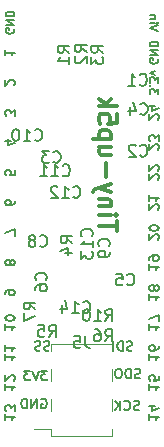
<source format=gbr>
G04 #@! TF.GenerationSoftware,KiCad,Pcbnew,5.0.1-33cea8e~68~ubuntu18.04.1*
G04 #@! TF.CreationDate,2018-11-10T13:26:22+01:00*
G04 #@! TF.ProjectId,Tiny-up5k,54696E792D7570356B2E6B696361645F,rev?*
G04 #@! TF.SameCoordinates,Original*
G04 #@! TF.FileFunction,Legend,Bot*
G04 #@! TF.FilePolarity,Positive*
%FSLAX46Y46*%
G04 Gerber Fmt 4.6, Leading zero omitted, Abs format (unit mm)*
G04 Created by KiCad (PCBNEW 5.0.1-33cea8e~68~ubuntu18.04.1) date za 10 nov 2018 13:26:22 CET*
%MOMM*%
%LPD*%
G01*
G04 APERTURE LIST*
%ADD10C,0.300000*%
%ADD11C,0.175000*%
%ADD12C,0.200000*%
%ADD13C,0.120000*%
%ADD14C,0.150000*%
G04 APERTURE END LIST*
D10*
X154110428Y-115434357D02*
X154110428Y-114577214D01*
X152610428Y-115005785D02*
X154110428Y-115005785D01*
X152610428Y-114077214D02*
X153610428Y-114077214D01*
X154110428Y-114077214D02*
X154039000Y-114148642D01*
X153967571Y-114077214D01*
X154039000Y-114005785D01*
X154110428Y-114077214D01*
X153967571Y-114077214D01*
X153610428Y-113362928D02*
X152610428Y-113362928D01*
X153467571Y-113362928D02*
X153539000Y-113291500D01*
X153610428Y-113148642D01*
X153610428Y-112934357D01*
X153539000Y-112791500D01*
X153396142Y-112720071D01*
X152610428Y-112720071D01*
X153610428Y-112148642D02*
X152610428Y-111791500D01*
X153610428Y-111434357D02*
X152610428Y-111791500D01*
X152253285Y-111934357D01*
X152181857Y-112005785D01*
X152110428Y-112148642D01*
X153181857Y-110862928D02*
X153181857Y-109720071D01*
X153610428Y-108362928D02*
X152610428Y-108362928D01*
X153610428Y-109005785D02*
X152824714Y-109005785D01*
X152681857Y-108934357D01*
X152610428Y-108791500D01*
X152610428Y-108577214D01*
X152681857Y-108434357D01*
X152753285Y-108362928D01*
X153610428Y-107648642D02*
X152110428Y-107648642D01*
X153539000Y-107648642D02*
X153610428Y-107505785D01*
X153610428Y-107220071D01*
X153539000Y-107077214D01*
X153467571Y-107005785D01*
X153324714Y-106934357D01*
X152896142Y-106934357D01*
X152753285Y-107005785D01*
X152681857Y-107077214D01*
X152610428Y-107220071D01*
X152610428Y-107505785D01*
X152681857Y-107648642D01*
X154110428Y-105577214D02*
X154110428Y-106291500D01*
X153396142Y-106362928D01*
X153467571Y-106291500D01*
X153539000Y-106148642D01*
X153539000Y-105791500D01*
X153467571Y-105648642D01*
X153396142Y-105577214D01*
X153253285Y-105505785D01*
X152896142Y-105505785D01*
X152753285Y-105577214D01*
X152681857Y-105648642D01*
X152610428Y-105791500D01*
X152610428Y-106148642D01*
X152681857Y-106291500D01*
X152753285Y-106362928D01*
X152610428Y-104862928D02*
X154110428Y-104862928D01*
X153181857Y-104720071D02*
X152610428Y-104291500D01*
X153610428Y-104291500D02*
X153039000Y-104862928D01*
D11*
X145390000Y-98332433D02*
X145423333Y-98399100D01*
X145423333Y-98499100D01*
X145390000Y-98599100D01*
X145323333Y-98665766D01*
X145256666Y-98699100D01*
X145123333Y-98732433D01*
X145023333Y-98732433D01*
X144890000Y-98699100D01*
X144823333Y-98665766D01*
X144756666Y-98599100D01*
X144723333Y-98499100D01*
X144723333Y-98432433D01*
X144756666Y-98332433D01*
X144790000Y-98299100D01*
X145023333Y-98299100D01*
X145023333Y-98432433D01*
X144723333Y-97999100D02*
X145423333Y-97999100D01*
X144723333Y-97599100D01*
X145423333Y-97599100D01*
X144723333Y-97265766D02*
X145423333Y-97265766D01*
X145423333Y-97099100D01*
X145390000Y-96999100D01*
X145323333Y-96932433D01*
X145256666Y-96899100D01*
X145123333Y-96865766D01*
X145023333Y-96865766D01*
X144890000Y-96899100D01*
X144823333Y-96932433D01*
X144756666Y-96999100D01*
X144723333Y-97099100D01*
X144723333Y-97265766D01*
D12*
X144678095Y-100110528D02*
X144678095Y-100567671D01*
X144678095Y-100339100D02*
X145478095Y-100339100D01*
X145363809Y-100415290D01*
X145287619Y-100491480D01*
X145249523Y-100567671D01*
X145401904Y-103107671D02*
X145440000Y-103069576D01*
X145478095Y-102993385D01*
X145478095Y-102802909D01*
X145440000Y-102726719D01*
X145401904Y-102688623D01*
X145325714Y-102650528D01*
X145249523Y-102650528D01*
X145135238Y-102688623D01*
X144678095Y-103145766D01*
X144678095Y-102650528D01*
X156114619Y-127895309D02*
X156000333Y-127933404D01*
X155809857Y-127933404D01*
X155733666Y-127895309D01*
X155695571Y-127857214D01*
X155657476Y-127781023D01*
X155657476Y-127704833D01*
X155695571Y-127628642D01*
X155733666Y-127590547D01*
X155809857Y-127552452D01*
X155962238Y-127514357D01*
X156038428Y-127476261D01*
X156076523Y-127438166D01*
X156114619Y-127361976D01*
X156114619Y-127285785D01*
X156076523Y-127209595D01*
X156038428Y-127171500D01*
X155962238Y-127133404D01*
X155771761Y-127133404D01*
X155657476Y-127171500D01*
X155314619Y-127933404D02*
X155314619Y-127133404D01*
X155124142Y-127133404D01*
X155009857Y-127171500D01*
X154933666Y-127247690D01*
X154895571Y-127323880D01*
X154857476Y-127476261D01*
X154857476Y-127590547D01*
X154895571Y-127742928D01*
X154933666Y-127819119D01*
X155009857Y-127895309D01*
X155124142Y-127933404D01*
X155314619Y-127933404D01*
X154362238Y-127133404D02*
X154209857Y-127133404D01*
X154133666Y-127171500D01*
X154057476Y-127247690D01*
X154019380Y-127400071D01*
X154019380Y-127666738D01*
X154057476Y-127819119D01*
X154133666Y-127895309D01*
X154209857Y-127933404D01*
X154362238Y-127933404D01*
X154438428Y-127895309D01*
X154514619Y-127819119D01*
X154552714Y-127666738D01*
X154552714Y-127400071D01*
X154514619Y-127247690D01*
X154438428Y-127171500D01*
X154362238Y-127133404D01*
D11*
X157615333Y-98515766D02*
X156915333Y-98282433D01*
X157615333Y-98049100D01*
X156915333Y-97815766D02*
X157382000Y-97815766D01*
X157615333Y-97815766D02*
X157582000Y-97849100D01*
X157548666Y-97815766D01*
X157582000Y-97782433D01*
X157615333Y-97815766D01*
X157548666Y-97815766D01*
X157382000Y-97482433D02*
X156915333Y-97482433D01*
X157315333Y-97482433D02*
X157348666Y-97449100D01*
X157382000Y-97382433D01*
X157382000Y-97282433D01*
X157348666Y-97215766D01*
X157282000Y-97182433D01*
X156915333Y-97182433D01*
X157582000Y-100872433D02*
X157615333Y-100939100D01*
X157615333Y-101039100D01*
X157582000Y-101139100D01*
X157515333Y-101205766D01*
X157448666Y-101239100D01*
X157315333Y-101272433D01*
X157215333Y-101272433D01*
X157082000Y-101239100D01*
X157015333Y-101205766D01*
X156948666Y-101139100D01*
X156915333Y-101039100D01*
X156915333Y-100972433D01*
X156948666Y-100872433D01*
X156982000Y-100839100D01*
X157215333Y-100839100D01*
X157215333Y-100972433D01*
X156915333Y-100539100D02*
X157615333Y-100539100D01*
X156915333Y-100139100D01*
X157615333Y-100139100D01*
X156915333Y-99805766D02*
X157615333Y-99805766D01*
X157615333Y-99639100D01*
X157582000Y-99539100D01*
X157515333Y-99472433D01*
X157448666Y-99439100D01*
X157315333Y-99405766D01*
X157215333Y-99405766D01*
X157082000Y-99439100D01*
X157015333Y-99472433D01*
X156948666Y-99539100D01*
X156915333Y-99639100D01*
X156915333Y-99805766D01*
X157615333Y-103879100D02*
X157615333Y-103445766D01*
X157348666Y-103679100D01*
X157348666Y-103579100D01*
X157315333Y-103512433D01*
X157282000Y-103479100D01*
X157215333Y-103445766D01*
X157048666Y-103445766D01*
X156982000Y-103479100D01*
X156948666Y-103512433D01*
X156915333Y-103579100D01*
X156915333Y-103779100D01*
X156948666Y-103845766D01*
X156982000Y-103879100D01*
X156982000Y-103145766D02*
X156948666Y-103112433D01*
X156915333Y-103145766D01*
X156948666Y-103179100D01*
X156982000Y-103145766D01*
X156915333Y-103145766D01*
X157615333Y-102879100D02*
X157615333Y-102445766D01*
X157348666Y-102679100D01*
X157348666Y-102579100D01*
X157315333Y-102512433D01*
X157282000Y-102479100D01*
X157215333Y-102445766D01*
X157048666Y-102445766D01*
X156982000Y-102479100D01*
X156948666Y-102512433D01*
X156915333Y-102579100D01*
X156915333Y-102779100D01*
X156948666Y-102845766D01*
X156982000Y-102879100D01*
X157382000Y-102212433D02*
X156915333Y-102045766D01*
X157382000Y-101879100D01*
D12*
X155441547Y-125545809D02*
X155327261Y-125583904D01*
X155136785Y-125583904D01*
X155060595Y-125545809D01*
X155022500Y-125507714D01*
X154984404Y-125431523D01*
X154984404Y-125355333D01*
X155022500Y-125279142D01*
X155060595Y-125241047D01*
X155136785Y-125202952D01*
X155289166Y-125164857D01*
X155365357Y-125126761D01*
X155403452Y-125088666D01*
X155441547Y-125012476D01*
X155441547Y-124936285D01*
X155403452Y-124860095D01*
X155365357Y-124822000D01*
X155289166Y-124783904D01*
X155098690Y-124783904D01*
X154984404Y-124822000D01*
X154641547Y-125583904D02*
X154641547Y-124783904D01*
X154451071Y-124783904D01*
X154336785Y-124822000D01*
X154260595Y-124898190D01*
X154222500Y-124974380D01*
X154184404Y-125126761D01*
X154184404Y-125241047D01*
X154222500Y-125393428D01*
X154260595Y-125469619D01*
X154336785Y-125545809D01*
X154451071Y-125583904D01*
X154641547Y-125583904D01*
X153841547Y-125583904D02*
X153841547Y-124783904D01*
X156032071Y-130562309D02*
X155917785Y-130600404D01*
X155727309Y-130600404D01*
X155651119Y-130562309D01*
X155613023Y-130524214D01*
X155574928Y-130448023D01*
X155574928Y-130371833D01*
X155613023Y-130295642D01*
X155651119Y-130257547D01*
X155727309Y-130219452D01*
X155879690Y-130181357D01*
X155955880Y-130143261D01*
X155993976Y-130105166D01*
X156032071Y-130028976D01*
X156032071Y-129952785D01*
X155993976Y-129876595D01*
X155955880Y-129838500D01*
X155879690Y-129800404D01*
X155689214Y-129800404D01*
X155574928Y-129838500D01*
X154774928Y-130524214D02*
X154813023Y-130562309D01*
X154927309Y-130600404D01*
X155003500Y-130600404D01*
X155117785Y-130562309D01*
X155193976Y-130486119D01*
X155232071Y-130409928D01*
X155270166Y-130257547D01*
X155270166Y-130143261D01*
X155232071Y-129990880D01*
X155193976Y-129914690D01*
X155117785Y-129838500D01*
X155003500Y-129800404D01*
X154927309Y-129800404D01*
X154813023Y-129838500D01*
X154774928Y-129876595D01*
X154432071Y-130600404D02*
X154432071Y-129800404D01*
X153974928Y-130600404D02*
X154317785Y-130143261D01*
X153974928Y-129800404D02*
X154432071Y-130257547D01*
X147739023Y-129711500D02*
X147815214Y-129673404D01*
X147929500Y-129673404D01*
X148043785Y-129711500D01*
X148119976Y-129787690D01*
X148158071Y-129863880D01*
X148196166Y-130016261D01*
X148196166Y-130130547D01*
X148158071Y-130282928D01*
X148119976Y-130359119D01*
X148043785Y-130435309D01*
X147929500Y-130473404D01*
X147853309Y-130473404D01*
X147739023Y-130435309D01*
X147700928Y-130397214D01*
X147700928Y-130130547D01*
X147853309Y-130130547D01*
X147358071Y-130473404D02*
X147358071Y-129673404D01*
X146900928Y-130473404D01*
X146900928Y-129673404D01*
X146519976Y-130473404D02*
X146519976Y-129673404D01*
X146329500Y-129673404D01*
X146215214Y-129711500D01*
X146139023Y-129787690D01*
X146100928Y-129863880D01*
X146062833Y-130016261D01*
X146062833Y-130130547D01*
X146100928Y-130282928D01*
X146139023Y-130359119D01*
X146215214Y-130435309D01*
X146329500Y-130473404D01*
X146519976Y-130473404D01*
X148246976Y-127260404D02*
X147751738Y-127260404D01*
X148018404Y-127565166D01*
X147904119Y-127565166D01*
X147827928Y-127603261D01*
X147789833Y-127641357D01*
X147751738Y-127717547D01*
X147751738Y-127908023D01*
X147789833Y-127984214D01*
X147827928Y-128022309D01*
X147904119Y-128060404D01*
X148132690Y-128060404D01*
X148208880Y-128022309D01*
X148246976Y-127984214D01*
X147523166Y-127260404D02*
X147256500Y-128060404D01*
X146989833Y-127260404D01*
X146799357Y-127260404D02*
X146304119Y-127260404D01*
X146570785Y-127565166D01*
X146456500Y-127565166D01*
X146380309Y-127603261D01*
X146342214Y-127641357D01*
X146304119Y-127717547D01*
X146304119Y-127908023D01*
X146342214Y-127984214D01*
X146380309Y-128022309D01*
X146456500Y-128060404D01*
X146685071Y-128060404D01*
X146761261Y-128022309D01*
X146799357Y-127984214D01*
X148437523Y-125545809D02*
X148323238Y-125583904D01*
X148132761Y-125583904D01*
X148056571Y-125545809D01*
X148018476Y-125507714D01*
X147980380Y-125431523D01*
X147980380Y-125355333D01*
X148018476Y-125279142D01*
X148056571Y-125241047D01*
X148132761Y-125202952D01*
X148285142Y-125164857D01*
X148361333Y-125126761D01*
X148399428Y-125088666D01*
X148437523Y-125012476D01*
X148437523Y-124936285D01*
X148399428Y-124860095D01*
X148361333Y-124822000D01*
X148285142Y-124783904D01*
X148094666Y-124783904D01*
X147980380Y-124822000D01*
X147675619Y-125545809D02*
X147561333Y-125583904D01*
X147370857Y-125583904D01*
X147294666Y-125545809D01*
X147256571Y-125507714D01*
X147218476Y-125431523D01*
X147218476Y-125355333D01*
X147256571Y-125279142D01*
X147294666Y-125241047D01*
X147370857Y-125202952D01*
X147523238Y-125164857D01*
X147599428Y-125126761D01*
X147637523Y-125088666D01*
X147675619Y-125012476D01*
X147675619Y-124936285D01*
X147637523Y-124860095D01*
X147599428Y-124822000D01*
X147523238Y-124783904D01*
X147332761Y-124783904D01*
X147218476Y-124822000D01*
X145478095Y-105685766D02*
X145478095Y-105190528D01*
X145173333Y-105457195D01*
X145173333Y-105342909D01*
X145135238Y-105266719D01*
X145097142Y-105228623D01*
X145020952Y-105190528D01*
X144830476Y-105190528D01*
X144754285Y-105228623D01*
X144716190Y-105266719D01*
X144678095Y-105342909D01*
X144678095Y-105571480D01*
X144716190Y-105647671D01*
X144754285Y-105685766D01*
X145211428Y-107806719D02*
X144678095Y-107806719D01*
X145516190Y-107997195D02*
X144944761Y-108187671D01*
X144944761Y-107692433D01*
X145478095Y-110308623D02*
X145478095Y-110689576D01*
X145097142Y-110727671D01*
X145135238Y-110689576D01*
X145173333Y-110613385D01*
X145173333Y-110422909D01*
X145135238Y-110346719D01*
X145097142Y-110308623D01*
X145020952Y-110270528D01*
X144830476Y-110270528D01*
X144754285Y-110308623D01*
X144716190Y-110346719D01*
X144678095Y-110422909D01*
X144678095Y-110613385D01*
X144716190Y-110689576D01*
X144754285Y-110727671D01*
X145478095Y-112886719D02*
X145478095Y-113039100D01*
X145440000Y-113115290D01*
X145401904Y-113153385D01*
X145287619Y-113229576D01*
X145135238Y-113267671D01*
X144830476Y-113267671D01*
X144754285Y-113229576D01*
X144716190Y-113191480D01*
X144678095Y-113115290D01*
X144678095Y-112962909D01*
X144716190Y-112886719D01*
X144754285Y-112848623D01*
X144830476Y-112810528D01*
X145020952Y-112810528D01*
X145097142Y-112848623D01*
X145135238Y-112886719D01*
X145173333Y-112962909D01*
X145173333Y-113115290D01*
X145135238Y-113191480D01*
X145097142Y-113229576D01*
X145020952Y-113267671D01*
X145478095Y-115845766D02*
X145478095Y-115312433D01*
X144678095Y-115655290D01*
X145135238Y-118195290D02*
X145173333Y-118271480D01*
X145211428Y-118309576D01*
X145287619Y-118347671D01*
X145325714Y-118347671D01*
X145401904Y-118309576D01*
X145440000Y-118271480D01*
X145478095Y-118195290D01*
X145478095Y-118042909D01*
X145440000Y-117966719D01*
X145401904Y-117928623D01*
X145325714Y-117890528D01*
X145287619Y-117890528D01*
X145211428Y-117928623D01*
X145173333Y-117966719D01*
X145135238Y-118042909D01*
X145135238Y-118195290D01*
X145097142Y-118271480D01*
X145059047Y-118309576D01*
X144982857Y-118347671D01*
X144830476Y-118347671D01*
X144754285Y-118309576D01*
X144716190Y-118271480D01*
X144678095Y-118195290D01*
X144678095Y-118042909D01*
X144716190Y-117966719D01*
X144754285Y-117928623D01*
X144830476Y-117890528D01*
X144982857Y-117890528D01*
X145059047Y-117928623D01*
X145097142Y-117966719D01*
X145135238Y-118042909D01*
X144678095Y-120811480D02*
X144678095Y-120659100D01*
X144716190Y-120582909D01*
X144754285Y-120544814D01*
X144868571Y-120468623D01*
X145020952Y-120430528D01*
X145325714Y-120430528D01*
X145401904Y-120468623D01*
X145440000Y-120506719D01*
X145478095Y-120582909D01*
X145478095Y-120735290D01*
X145440000Y-120811480D01*
X145401904Y-120849576D01*
X145325714Y-120887671D01*
X145135238Y-120887671D01*
X145059047Y-120849576D01*
X145020952Y-120811480D01*
X144982857Y-120735290D01*
X144982857Y-120582909D01*
X145020952Y-120506719D01*
X145059047Y-120468623D01*
X145135238Y-120430528D01*
X144678095Y-123351480D02*
X144678095Y-123808623D01*
X144678095Y-123580052D02*
X145478095Y-123580052D01*
X145363809Y-123656242D01*
X145287619Y-123732433D01*
X145249523Y-123808623D01*
X145478095Y-122856242D02*
X145478095Y-122780052D01*
X145440000Y-122703861D01*
X145401904Y-122665766D01*
X145325714Y-122627671D01*
X145173333Y-122589576D01*
X144982857Y-122589576D01*
X144830476Y-122627671D01*
X144754285Y-122665766D01*
X144716190Y-122703861D01*
X144678095Y-122780052D01*
X144678095Y-122856242D01*
X144716190Y-122932433D01*
X144754285Y-122970528D01*
X144830476Y-123008623D01*
X144982857Y-123046719D01*
X145173333Y-123046719D01*
X145325714Y-123008623D01*
X145401904Y-122970528D01*
X145440000Y-122932433D01*
X145478095Y-122856242D01*
X144678095Y-125891480D02*
X144678095Y-126348623D01*
X144678095Y-126120052D02*
X145478095Y-126120052D01*
X145363809Y-126196242D01*
X145287619Y-126272433D01*
X145249523Y-126348623D01*
X144678095Y-125129576D02*
X144678095Y-125586719D01*
X144678095Y-125358147D02*
X145478095Y-125358147D01*
X145363809Y-125434338D01*
X145287619Y-125510528D01*
X145249523Y-125586719D01*
X144678095Y-128431480D02*
X144678095Y-128888623D01*
X144678095Y-128660052D02*
X145478095Y-128660052D01*
X145363809Y-128736242D01*
X145287619Y-128812433D01*
X145249523Y-128888623D01*
X145401904Y-128126719D02*
X145440000Y-128088623D01*
X145478095Y-128012433D01*
X145478095Y-127821957D01*
X145440000Y-127745766D01*
X145401904Y-127707671D01*
X145325714Y-127669576D01*
X145249523Y-127669576D01*
X145135238Y-127707671D01*
X144678095Y-128164814D01*
X144678095Y-127669576D01*
X144678095Y-130971480D02*
X144678095Y-131428623D01*
X144678095Y-131200052D02*
X145478095Y-131200052D01*
X145363809Y-131276242D01*
X145287619Y-131352433D01*
X145249523Y-131428623D01*
X145478095Y-130704814D02*
X145478095Y-130209576D01*
X145173333Y-130476242D01*
X145173333Y-130361957D01*
X145135238Y-130285766D01*
X145097142Y-130247671D01*
X145020952Y-130209576D01*
X144830476Y-130209576D01*
X144754285Y-130247671D01*
X144716190Y-130285766D01*
X144678095Y-130361957D01*
X144678095Y-130590528D01*
X144716190Y-130666719D01*
X144754285Y-130704814D01*
X157593904Y-106028623D02*
X157632000Y-105990528D01*
X157670095Y-105914338D01*
X157670095Y-105723861D01*
X157632000Y-105647671D01*
X157593904Y-105609576D01*
X157517714Y-105571480D01*
X157441523Y-105571480D01*
X157327238Y-105609576D01*
X156870095Y-106066719D01*
X156870095Y-105571480D01*
X157403428Y-104885766D02*
X156870095Y-104885766D01*
X157708190Y-105076242D02*
X157136761Y-105266719D01*
X157136761Y-104771480D01*
X157593904Y-108568623D02*
X157632000Y-108530528D01*
X157670095Y-108454338D01*
X157670095Y-108263861D01*
X157632000Y-108187671D01*
X157593904Y-108149576D01*
X157517714Y-108111480D01*
X157441523Y-108111480D01*
X157327238Y-108149576D01*
X156870095Y-108606719D01*
X156870095Y-108111480D01*
X157670095Y-107844814D02*
X157670095Y-107349576D01*
X157365333Y-107616242D01*
X157365333Y-107501957D01*
X157327238Y-107425766D01*
X157289142Y-107387671D01*
X157212952Y-107349576D01*
X157022476Y-107349576D01*
X156946285Y-107387671D01*
X156908190Y-107425766D01*
X156870095Y-107501957D01*
X156870095Y-107730528D01*
X156908190Y-107806719D01*
X156946285Y-107844814D01*
X157593904Y-111108623D02*
X157632000Y-111070528D01*
X157670095Y-110994338D01*
X157670095Y-110803861D01*
X157632000Y-110727671D01*
X157593904Y-110689576D01*
X157517714Y-110651480D01*
X157441523Y-110651480D01*
X157327238Y-110689576D01*
X156870095Y-111146719D01*
X156870095Y-110651480D01*
X157593904Y-110346719D02*
X157632000Y-110308623D01*
X157670095Y-110232433D01*
X157670095Y-110041957D01*
X157632000Y-109965766D01*
X157593904Y-109927671D01*
X157517714Y-109889576D01*
X157441523Y-109889576D01*
X157327238Y-109927671D01*
X156870095Y-110384814D01*
X156870095Y-109889576D01*
X157593904Y-113648623D02*
X157632000Y-113610528D01*
X157670095Y-113534338D01*
X157670095Y-113343861D01*
X157632000Y-113267671D01*
X157593904Y-113229576D01*
X157517714Y-113191480D01*
X157441523Y-113191480D01*
X157327238Y-113229576D01*
X156870095Y-113686719D01*
X156870095Y-113191480D01*
X156870095Y-112429576D02*
X156870095Y-112886719D01*
X156870095Y-112658147D02*
X157670095Y-112658147D01*
X157555809Y-112734338D01*
X157479619Y-112810528D01*
X157441523Y-112886719D01*
X157593904Y-116188623D02*
X157632000Y-116150528D01*
X157670095Y-116074338D01*
X157670095Y-115883861D01*
X157632000Y-115807671D01*
X157593904Y-115769576D01*
X157517714Y-115731480D01*
X157441523Y-115731480D01*
X157327238Y-115769576D01*
X156870095Y-116226719D01*
X156870095Y-115731480D01*
X157670095Y-115236242D02*
X157670095Y-115160052D01*
X157632000Y-115083861D01*
X157593904Y-115045766D01*
X157517714Y-115007671D01*
X157365333Y-114969576D01*
X157174857Y-114969576D01*
X157022476Y-115007671D01*
X156946285Y-115045766D01*
X156908190Y-115083861D01*
X156870095Y-115160052D01*
X156870095Y-115236242D01*
X156908190Y-115312433D01*
X156946285Y-115350528D01*
X157022476Y-115388623D01*
X157174857Y-115426719D01*
X157365333Y-115426719D01*
X157517714Y-115388623D01*
X157593904Y-115350528D01*
X157632000Y-115312433D01*
X157670095Y-115236242D01*
X156870095Y-118271480D02*
X156870095Y-118728623D01*
X156870095Y-118500052D02*
X157670095Y-118500052D01*
X157555809Y-118576242D01*
X157479619Y-118652433D01*
X157441523Y-118728623D01*
X156870095Y-117890528D02*
X156870095Y-117738147D01*
X156908190Y-117661957D01*
X156946285Y-117623861D01*
X157060571Y-117547671D01*
X157212952Y-117509576D01*
X157517714Y-117509576D01*
X157593904Y-117547671D01*
X157632000Y-117585766D01*
X157670095Y-117661957D01*
X157670095Y-117814338D01*
X157632000Y-117890528D01*
X157593904Y-117928623D01*
X157517714Y-117966719D01*
X157327238Y-117966719D01*
X157251047Y-117928623D01*
X157212952Y-117890528D01*
X157174857Y-117814338D01*
X157174857Y-117661957D01*
X157212952Y-117585766D01*
X157251047Y-117547671D01*
X157327238Y-117509576D01*
X156870095Y-120811480D02*
X156870095Y-121268623D01*
X156870095Y-121040052D02*
X157670095Y-121040052D01*
X157555809Y-121116242D01*
X157479619Y-121192433D01*
X157441523Y-121268623D01*
X157327238Y-120354338D02*
X157365333Y-120430528D01*
X157403428Y-120468623D01*
X157479619Y-120506719D01*
X157517714Y-120506719D01*
X157593904Y-120468623D01*
X157632000Y-120430528D01*
X157670095Y-120354338D01*
X157670095Y-120201957D01*
X157632000Y-120125766D01*
X157593904Y-120087671D01*
X157517714Y-120049576D01*
X157479619Y-120049576D01*
X157403428Y-120087671D01*
X157365333Y-120125766D01*
X157327238Y-120201957D01*
X157327238Y-120354338D01*
X157289142Y-120430528D01*
X157251047Y-120468623D01*
X157174857Y-120506719D01*
X157022476Y-120506719D01*
X156946285Y-120468623D01*
X156908190Y-120430528D01*
X156870095Y-120354338D01*
X156870095Y-120201957D01*
X156908190Y-120125766D01*
X156946285Y-120087671D01*
X157022476Y-120049576D01*
X157174857Y-120049576D01*
X157251047Y-120087671D01*
X157289142Y-120125766D01*
X157327238Y-120201957D01*
X156870095Y-123351480D02*
X156870095Y-123808623D01*
X156870095Y-123580052D02*
X157670095Y-123580052D01*
X157555809Y-123656242D01*
X157479619Y-123732433D01*
X157441523Y-123808623D01*
X157670095Y-123084814D02*
X157670095Y-122551480D01*
X156870095Y-122894338D01*
X156870095Y-125891480D02*
X156870095Y-126348623D01*
X156870095Y-126120052D02*
X157670095Y-126120052D01*
X157555809Y-126196242D01*
X157479619Y-126272433D01*
X157441523Y-126348623D01*
X157670095Y-125205766D02*
X157670095Y-125358147D01*
X157632000Y-125434338D01*
X157593904Y-125472433D01*
X157479619Y-125548623D01*
X157327238Y-125586719D01*
X157022476Y-125586719D01*
X156946285Y-125548623D01*
X156908190Y-125510528D01*
X156870095Y-125434338D01*
X156870095Y-125281957D01*
X156908190Y-125205766D01*
X156946285Y-125167671D01*
X157022476Y-125129576D01*
X157212952Y-125129576D01*
X157289142Y-125167671D01*
X157327238Y-125205766D01*
X157365333Y-125281957D01*
X157365333Y-125434338D01*
X157327238Y-125510528D01*
X157289142Y-125548623D01*
X157212952Y-125586719D01*
X156870095Y-128431480D02*
X156870095Y-128888623D01*
X156870095Y-128660052D02*
X157670095Y-128660052D01*
X157555809Y-128736242D01*
X157479619Y-128812433D01*
X157441523Y-128888623D01*
X157670095Y-127707671D02*
X157670095Y-128088623D01*
X157289142Y-128126719D01*
X157327238Y-128088623D01*
X157365333Y-128012433D01*
X157365333Y-127821957D01*
X157327238Y-127745766D01*
X157289142Y-127707671D01*
X157212952Y-127669576D01*
X157022476Y-127669576D01*
X156946285Y-127707671D01*
X156908190Y-127745766D01*
X156870095Y-127821957D01*
X156870095Y-128012433D01*
X156908190Y-128088623D01*
X156946285Y-128126719D01*
X156870095Y-130971480D02*
X156870095Y-131428623D01*
X156870095Y-131200052D02*
X157670095Y-131200052D01*
X157555809Y-131276242D01*
X157479619Y-131352433D01*
X157441523Y-131428623D01*
X157403428Y-130285766D02*
X156870095Y-130285766D01*
X157708190Y-130476242D02*
X157136761Y-130666719D01*
X157136761Y-130171480D01*
D13*
G04 #@! TO.C,J5*
X148545000Y-132775000D02*
X153745000Y-132775000D01*
X148545000Y-125035000D02*
X153745000Y-125035000D01*
X147105000Y-132205000D02*
X148545000Y-132205000D01*
X148545000Y-132775000D02*
X148545000Y-132205000D01*
X153745000Y-132775000D02*
X153745000Y-132205000D01*
X148545000Y-125605000D02*
X148545000Y-125035000D01*
X153745000Y-125605000D02*
X153745000Y-125035000D01*
X148545000Y-130685000D02*
X148545000Y-129665000D01*
X153745000Y-130685000D02*
X153745000Y-129665000D01*
X148545000Y-128145000D02*
X148545000Y-127125000D01*
X153745000Y-128145000D02*
X153745000Y-127125000D01*
G04 #@! TO.C,C12*
D14*
X150439357Y-112561642D02*
X150486976Y-112609261D01*
X150629833Y-112656880D01*
X150725071Y-112656880D01*
X150867928Y-112609261D01*
X150963166Y-112514023D01*
X151010785Y-112418785D01*
X151058404Y-112228309D01*
X151058404Y-112085452D01*
X151010785Y-111894976D01*
X150963166Y-111799738D01*
X150867928Y-111704500D01*
X150725071Y-111656880D01*
X150629833Y-111656880D01*
X150486976Y-111704500D01*
X150439357Y-111752119D01*
X149486976Y-112656880D02*
X150058404Y-112656880D01*
X149772690Y-112656880D02*
X149772690Y-111656880D01*
X149867928Y-111799738D01*
X149963166Y-111894976D01*
X150058404Y-111942595D01*
X149106023Y-111752119D02*
X149058404Y-111704500D01*
X148963166Y-111656880D01*
X148725071Y-111656880D01*
X148629833Y-111704500D01*
X148582214Y-111752119D01*
X148534595Y-111847357D01*
X148534595Y-111942595D01*
X148582214Y-112085452D01*
X149153642Y-112656880D01*
X148534595Y-112656880D01*
G04 #@! TO.C,C1*
X156059166Y-103036642D02*
X156106785Y-103084261D01*
X156249642Y-103131880D01*
X156344880Y-103131880D01*
X156487738Y-103084261D01*
X156582976Y-102989023D01*
X156630595Y-102893785D01*
X156678214Y-102703309D01*
X156678214Y-102560452D01*
X156630595Y-102369976D01*
X156582976Y-102274738D01*
X156487738Y-102179500D01*
X156344880Y-102131880D01*
X156249642Y-102131880D01*
X156106785Y-102179500D01*
X156059166Y-102227119D01*
X155106785Y-103131880D02*
X155678214Y-103131880D01*
X155392500Y-103131880D02*
X155392500Y-102131880D01*
X155487738Y-102274738D01*
X155582976Y-102369976D01*
X155678214Y-102417595D01*
G04 #@! TO.C,C2*
X156102666Y-109050242D02*
X156150285Y-109097861D01*
X156293142Y-109145480D01*
X156388380Y-109145480D01*
X156531238Y-109097861D01*
X156626476Y-109002623D01*
X156674095Y-108907385D01*
X156721714Y-108716909D01*
X156721714Y-108574052D01*
X156674095Y-108383576D01*
X156626476Y-108288338D01*
X156531238Y-108193100D01*
X156388380Y-108145480D01*
X156293142Y-108145480D01*
X156150285Y-108193100D01*
X156102666Y-108240719D01*
X155721714Y-108240719D02*
X155674095Y-108193100D01*
X155578857Y-108145480D01*
X155340761Y-108145480D01*
X155245523Y-108193100D01*
X155197904Y-108240719D01*
X155150285Y-108335957D01*
X155150285Y-108431195D01*
X155197904Y-108574052D01*
X155769333Y-109145480D01*
X155150285Y-109145480D01*
G04 #@! TO.C,C3*
X148756666Y-109577142D02*
X148804285Y-109624761D01*
X148947142Y-109672380D01*
X149042380Y-109672380D01*
X149185238Y-109624761D01*
X149280476Y-109529523D01*
X149328095Y-109434285D01*
X149375714Y-109243809D01*
X149375714Y-109100952D01*
X149328095Y-108910476D01*
X149280476Y-108815238D01*
X149185238Y-108720000D01*
X149042380Y-108672380D01*
X148947142Y-108672380D01*
X148804285Y-108720000D01*
X148756666Y-108767619D01*
X148423333Y-108672380D02*
X147804285Y-108672380D01*
X148137619Y-109053333D01*
X147994761Y-109053333D01*
X147899523Y-109100952D01*
X147851904Y-109148571D01*
X147804285Y-109243809D01*
X147804285Y-109481904D01*
X147851904Y-109577142D01*
X147899523Y-109624761D01*
X147994761Y-109672380D01*
X148280476Y-109672380D01*
X148375714Y-109624761D01*
X148423333Y-109577142D01*
G04 #@! TO.C,C4*
X156122666Y-105513142D02*
X156170285Y-105560761D01*
X156313142Y-105608380D01*
X156408380Y-105608380D01*
X156551238Y-105560761D01*
X156646476Y-105465523D01*
X156694095Y-105370285D01*
X156741714Y-105179809D01*
X156741714Y-105036952D01*
X156694095Y-104846476D01*
X156646476Y-104751238D01*
X156551238Y-104656000D01*
X156408380Y-104608380D01*
X156313142Y-104608380D01*
X156170285Y-104656000D01*
X156122666Y-104703619D01*
X155265523Y-104941714D02*
X155265523Y-105608380D01*
X155503619Y-104560761D02*
X155741714Y-105275047D01*
X155122666Y-105275047D01*
G04 #@! TO.C,C5*
X155002666Y-119964142D02*
X155050285Y-120011761D01*
X155193142Y-120059380D01*
X155288380Y-120059380D01*
X155431238Y-120011761D01*
X155526476Y-119916523D01*
X155574095Y-119821285D01*
X155621714Y-119630809D01*
X155621714Y-119487952D01*
X155574095Y-119297476D01*
X155526476Y-119202238D01*
X155431238Y-119107000D01*
X155288380Y-119059380D01*
X155193142Y-119059380D01*
X155050285Y-119107000D01*
X155002666Y-119154619D01*
X154097904Y-119059380D02*
X154574095Y-119059380D01*
X154621714Y-119535571D01*
X154574095Y-119487952D01*
X154478857Y-119440333D01*
X154240761Y-119440333D01*
X154145523Y-119487952D01*
X154097904Y-119535571D01*
X154050285Y-119630809D01*
X154050285Y-119868904D01*
X154097904Y-119964142D01*
X154145523Y-120011761D01*
X154240761Y-120059380D01*
X154478857Y-120059380D01*
X154574095Y-120011761D01*
X154621714Y-119964142D01*
G04 #@! TO.C,C6*
X148121642Y-119594333D02*
X148169261Y-119546714D01*
X148216880Y-119403857D01*
X148216880Y-119308619D01*
X148169261Y-119165761D01*
X148074023Y-119070523D01*
X147978785Y-119022904D01*
X147788309Y-118975285D01*
X147645452Y-118975285D01*
X147454976Y-119022904D01*
X147359738Y-119070523D01*
X147264500Y-119165761D01*
X147216880Y-119308619D01*
X147216880Y-119403857D01*
X147264500Y-119546714D01*
X147312119Y-119594333D01*
X147216880Y-120451476D02*
X147216880Y-120261000D01*
X147264500Y-120165761D01*
X147312119Y-120118142D01*
X147454976Y-120022904D01*
X147645452Y-119975285D01*
X148026404Y-119975285D01*
X148121642Y-120022904D01*
X148169261Y-120070523D01*
X148216880Y-120165761D01*
X148216880Y-120356238D01*
X148169261Y-120451476D01*
X148121642Y-120499095D01*
X148026404Y-120546714D01*
X147788309Y-120546714D01*
X147693071Y-120499095D01*
X147645452Y-120451476D01*
X147597833Y-120356238D01*
X147597833Y-120165761D01*
X147645452Y-120070523D01*
X147693071Y-120022904D01*
X147788309Y-119975285D01*
G04 #@! TO.C,C8*
X147613666Y-116689142D02*
X147661285Y-116736761D01*
X147804142Y-116784380D01*
X147899380Y-116784380D01*
X148042238Y-116736761D01*
X148137476Y-116641523D01*
X148185095Y-116546285D01*
X148232714Y-116355809D01*
X148232714Y-116212952D01*
X148185095Y-116022476D01*
X148137476Y-115927238D01*
X148042238Y-115832000D01*
X147899380Y-115784380D01*
X147804142Y-115784380D01*
X147661285Y-115832000D01*
X147613666Y-115879619D01*
X147042238Y-116212952D02*
X147137476Y-116165333D01*
X147185095Y-116117714D01*
X147232714Y-116022476D01*
X147232714Y-115974857D01*
X147185095Y-115879619D01*
X147137476Y-115832000D01*
X147042238Y-115784380D01*
X146851761Y-115784380D01*
X146756523Y-115832000D01*
X146708904Y-115879619D01*
X146661285Y-115974857D01*
X146661285Y-116022476D01*
X146708904Y-116117714D01*
X146756523Y-116165333D01*
X146851761Y-116212952D01*
X147042238Y-116212952D01*
X147137476Y-116260571D01*
X147185095Y-116308190D01*
X147232714Y-116403428D01*
X147232714Y-116593904D01*
X147185095Y-116689142D01*
X147137476Y-116736761D01*
X147042238Y-116784380D01*
X146851761Y-116784380D01*
X146756523Y-116736761D01*
X146708904Y-116689142D01*
X146661285Y-116593904D01*
X146661285Y-116403428D01*
X146708904Y-116308190D01*
X146756523Y-116260571D01*
X146851761Y-116212952D01*
G04 #@! TO.C,C9*
X153455642Y-116736833D02*
X153503261Y-116689214D01*
X153550880Y-116546357D01*
X153550880Y-116451119D01*
X153503261Y-116308261D01*
X153408023Y-116213023D01*
X153312785Y-116165404D01*
X153122309Y-116117785D01*
X152979452Y-116117785D01*
X152788976Y-116165404D01*
X152693738Y-116213023D01*
X152598500Y-116308261D01*
X152550880Y-116451119D01*
X152550880Y-116546357D01*
X152598500Y-116689214D01*
X152646119Y-116736833D01*
X153550880Y-117213023D02*
X153550880Y-117403500D01*
X153503261Y-117498738D01*
X153455642Y-117546357D01*
X153312785Y-117641595D01*
X153122309Y-117689214D01*
X152741357Y-117689214D01*
X152646119Y-117641595D01*
X152598500Y-117593976D01*
X152550880Y-117498738D01*
X152550880Y-117308261D01*
X152598500Y-117213023D01*
X152646119Y-117165404D01*
X152741357Y-117117785D01*
X152979452Y-117117785D01*
X153074690Y-117165404D01*
X153122309Y-117213023D01*
X153169928Y-117308261D01*
X153169928Y-117498738D01*
X153122309Y-117593976D01*
X153074690Y-117641595D01*
X152979452Y-117689214D01*
G04 #@! TO.C,C10*
X147200857Y-107735642D02*
X147248476Y-107783261D01*
X147391333Y-107830880D01*
X147486571Y-107830880D01*
X147629428Y-107783261D01*
X147724666Y-107688023D01*
X147772285Y-107592785D01*
X147819904Y-107402309D01*
X147819904Y-107259452D01*
X147772285Y-107068976D01*
X147724666Y-106973738D01*
X147629428Y-106878500D01*
X147486571Y-106830880D01*
X147391333Y-106830880D01*
X147248476Y-106878500D01*
X147200857Y-106926119D01*
X146248476Y-107830880D02*
X146819904Y-107830880D01*
X146534190Y-107830880D02*
X146534190Y-106830880D01*
X146629428Y-106973738D01*
X146724666Y-107068976D01*
X146819904Y-107116595D01*
X145629428Y-106830880D02*
X145534190Y-106830880D01*
X145438952Y-106878500D01*
X145391333Y-106926119D01*
X145343714Y-107021357D01*
X145296095Y-107211833D01*
X145296095Y-107449928D01*
X145343714Y-107640404D01*
X145391333Y-107735642D01*
X145438952Y-107783261D01*
X145534190Y-107830880D01*
X145629428Y-107830880D01*
X145724666Y-107783261D01*
X145772285Y-107735642D01*
X145819904Y-107640404D01*
X145867523Y-107449928D01*
X145867523Y-107211833D01*
X145819904Y-107021357D01*
X145772285Y-106926119D01*
X145724666Y-106878500D01*
X145629428Y-106830880D01*
G04 #@! TO.C,C11*
X149550357Y-110720142D02*
X149597976Y-110767761D01*
X149740833Y-110815380D01*
X149836071Y-110815380D01*
X149978928Y-110767761D01*
X150074166Y-110672523D01*
X150121785Y-110577285D01*
X150169404Y-110386809D01*
X150169404Y-110243952D01*
X150121785Y-110053476D01*
X150074166Y-109958238D01*
X149978928Y-109863000D01*
X149836071Y-109815380D01*
X149740833Y-109815380D01*
X149597976Y-109863000D01*
X149550357Y-109910619D01*
X148597976Y-110815380D02*
X149169404Y-110815380D01*
X148883690Y-110815380D02*
X148883690Y-109815380D01*
X148978928Y-109958238D01*
X149074166Y-110053476D01*
X149169404Y-110101095D01*
X147645595Y-110815380D02*
X148217023Y-110815380D01*
X147931309Y-110815380D02*
X147931309Y-109815380D01*
X148026547Y-109958238D01*
X148121785Y-110053476D01*
X148217023Y-110101095D01*
G04 #@! TO.C,C13*
X151995142Y-115879642D02*
X152042761Y-115832023D01*
X152090380Y-115689166D01*
X152090380Y-115593928D01*
X152042761Y-115451071D01*
X151947523Y-115355833D01*
X151852285Y-115308214D01*
X151661809Y-115260595D01*
X151518952Y-115260595D01*
X151328476Y-115308214D01*
X151233238Y-115355833D01*
X151138000Y-115451071D01*
X151090380Y-115593928D01*
X151090380Y-115689166D01*
X151138000Y-115832023D01*
X151185619Y-115879642D01*
X152090380Y-116832023D02*
X152090380Y-116260595D01*
X152090380Y-116546309D02*
X151090380Y-116546309D01*
X151233238Y-116451071D01*
X151328476Y-116355833D01*
X151376095Y-116260595D01*
X151090380Y-117165357D02*
X151090380Y-117784404D01*
X151471333Y-117451071D01*
X151471333Y-117593928D01*
X151518952Y-117689166D01*
X151566571Y-117736785D01*
X151661809Y-117784404D01*
X151899904Y-117784404D01*
X151995142Y-117736785D01*
X152042761Y-117689166D01*
X152090380Y-117593928D01*
X152090380Y-117308214D01*
X152042761Y-117212976D01*
X151995142Y-117165357D01*
G04 #@! TO.C,C14*
X151287857Y-122277142D02*
X151335476Y-122324761D01*
X151478333Y-122372380D01*
X151573571Y-122372380D01*
X151716428Y-122324761D01*
X151811666Y-122229523D01*
X151859285Y-122134285D01*
X151906904Y-121943809D01*
X151906904Y-121800952D01*
X151859285Y-121610476D01*
X151811666Y-121515238D01*
X151716428Y-121420000D01*
X151573571Y-121372380D01*
X151478333Y-121372380D01*
X151335476Y-121420000D01*
X151287857Y-121467619D01*
X150335476Y-122372380D02*
X150906904Y-122372380D01*
X150621190Y-122372380D02*
X150621190Y-121372380D01*
X150716428Y-121515238D01*
X150811666Y-121610476D01*
X150906904Y-121658095D01*
X149478333Y-121705714D02*
X149478333Y-122372380D01*
X149716428Y-121324761D02*
X149954523Y-122039047D01*
X149335476Y-122039047D01*
G04 #@! TO.C,R1*
X150121880Y-100353833D02*
X149645690Y-100020500D01*
X150121880Y-99782404D02*
X149121880Y-99782404D01*
X149121880Y-100163357D01*
X149169500Y-100258595D01*
X149217119Y-100306214D01*
X149312357Y-100353833D01*
X149455214Y-100353833D01*
X149550452Y-100306214D01*
X149598071Y-100258595D01*
X149645690Y-100163357D01*
X149645690Y-99782404D01*
X150121880Y-101306214D02*
X150121880Y-100734785D01*
X150121880Y-101020500D02*
X149121880Y-101020500D01*
X149264738Y-100925261D01*
X149359976Y-100830023D01*
X149407595Y-100734785D01*
G04 #@! TO.C,R2*
X151582380Y-100290333D02*
X151106190Y-99957000D01*
X151582380Y-99718904D02*
X150582380Y-99718904D01*
X150582380Y-100099857D01*
X150630000Y-100195095D01*
X150677619Y-100242714D01*
X150772857Y-100290333D01*
X150915714Y-100290333D01*
X151010952Y-100242714D01*
X151058571Y-100195095D01*
X151106190Y-100099857D01*
X151106190Y-99718904D01*
X150677619Y-100671285D02*
X150630000Y-100718904D01*
X150582380Y-100814142D01*
X150582380Y-101052238D01*
X150630000Y-101147476D01*
X150677619Y-101195095D01*
X150772857Y-101242714D01*
X150868095Y-101242714D01*
X151010952Y-101195095D01*
X151582380Y-100623666D01*
X151582380Y-101242714D01*
G04 #@! TO.C,R3*
X152979380Y-100353833D02*
X152503190Y-100020500D01*
X152979380Y-99782404D02*
X151979380Y-99782404D01*
X151979380Y-100163357D01*
X152027000Y-100258595D01*
X152074619Y-100306214D01*
X152169857Y-100353833D01*
X152312714Y-100353833D01*
X152407952Y-100306214D01*
X152455571Y-100258595D01*
X152503190Y-100163357D01*
X152503190Y-99782404D01*
X151979380Y-100687166D02*
X151979380Y-101306214D01*
X152360333Y-100972880D01*
X152360333Y-101115738D01*
X152407952Y-101210976D01*
X152455571Y-101258595D01*
X152550809Y-101306214D01*
X152788904Y-101306214D01*
X152884142Y-101258595D01*
X152931761Y-101210976D01*
X152979380Y-101115738D01*
X152979380Y-100830023D01*
X152931761Y-100734785D01*
X152884142Y-100687166D01*
G04 #@! TO.C,R4*
X150375880Y-116482833D02*
X149899690Y-116149500D01*
X150375880Y-115911404D02*
X149375880Y-115911404D01*
X149375880Y-116292357D01*
X149423500Y-116387595D01*
X149471119Y-116435214D01*
X149566357Y-116482833D01*
X149709214Y-116482833D01*
X149804452Y-116435214D01*
X149852071Y-116387595D01*
X149899690Y-116292357D01*
X149899690Y-115911404D01*
X149709214Y-117339976D02*
X150375880Y-117339976D01*
X149328261Y-117101880D02*
X150042547Y-116863785D01*
X150042547Y-117482833D01*
G04 #@! TO.C,R5*
X148375666Y-124404380D02*
X148709000Y-123928190D01*
X148947095Y-124404380D02*
X148947095Y-123404380D01*
X148566142Y-123404380D01*
X148470904Y-123452000D01*
X148423285Y-123499619D01*
X148375666Y-123594857D01*
X148375666Y-123737714D01*
X148423285Y-123832952D01*
X148470904Y-123880571D01*
X148566142Y-123928190D01*
X148947095Y-123928190D01*
X147470904Y-123404380D02*
X147947095Y-123404380D01*
X147994714Y-123880571D01*
X147947095Y-123832952D01*
X147851857Y-123785333D01*
X147613761Y-123785333D01*
X147518523Y-123832952D01*
X147470904Y-123880571D01*
X147423285Y-123975809D01*
X147423285Y-124213904D01*
X147470904Y-124309142D01*
X147518523Y-124356761D01*
X147613761Y-124404380D01*
X147851857Y-124404380D01*
X147947095Y-124356761D01*
X147994714Y-124309142D01*
G04 #@! TO.C,R6*
X153138166Y-124785380D02*
X153471500Y-124309190D01*
X153709595Y-124785380D02*
X153709595Y-123785380D01*
X153328642Y-123785380D01*
X153233404Y-123833000D01*
X153185785Y-123880619D01*
X153138166Y-123975857D01*
X153138166Y-124118714D01*
X153185785Y-124213952D01*
X153233404Y-124261571D01*
X153328642Y-124309190D01*
X153709595Y-124309190D01*
X152281023Y-123785380D02*
X152471500Y-123785380D01*
X152566738Y-123833000D01*
X152614357Y-123880619D01*
X152709595Y-124023476D01*
X152757214Y-124213952D01*
X152757214Y-124594904D01*
X152709595Y-124690142D01*
X152661976Y-124737761D01*
X152566738Y-124785380D01*
X152376261Y-124785380D01*
X152281023Y-124737761D01*
X152233404Y-124690142D01*
X152185785Y-124594904D01*
X152185785Y-124356809D01*
X152233404Y-124261571D01*
X152281023Y-124213952D01*
X152376261Y-124166333D01*
X152566738Y-124166333D01*
X152661976Y-124213952D01*
X152709595Y-124261571D01*
X152757214Y-124356809D01*
G04 #@! TO.C,R7*
X147237380Y-122076333D02*
X146761190Y-121743000D01*
X147237380Y-121504904D02*
X146237380Y-121504904D01*
X146237380Y-121885857D01*
X146285000Y-121981095D01*
X146332619Y-122028714D01*
X146427857Y-122076333D01*
X146570714Y-122076333D01*
X146665952Y-122028714D01*
X146713571Y-121981095D01*
X146761190Y-121885857D01*
X146761190Y-121504904D01*
X146237380Y-122409666D02*
X146237380Y-123076333D01*
X147237380Y-122647761D01*
G04 #@! TO.C,R10*
X153169857Y-123070880D02*
X153503190Y-122594690D01*
X153741285Y-123070880D02*
X153741285Y-122070880D01*
X153360333Y-122070880D01*
X153265095Y-122118500D01*
X153217476Y-122166119D01*
X153169857Y-122261357D01*
X153169857Y-122404214D01*
X153217476Y-122499452D01*
X153265095Y-122547071D01*
X153360333Y-122594690D01*
X153741285Y-122594690D01*
X152217476Y-123070880D02*
X152788904Y-123070880D01*
X152503190Y-123070880D02*
X152503190Y-122070880D01*
X152598428Y-122213738D01*
X152693666Y-122308976D01*
X152788904Y-122356595D01*
X151598428Y-122070880D02*
X151503190Y-122070880D01*
X151407952Y-122118500D01*
X151360333Y-122166119D01*
X151312714Y-122261357D01*
X151265095Y-122451833D01*
X151265095Y-122689928D01*
X151312714Y-122880404D01*
X151360333Y-122975642D01*
X151407952Y-123023261D01*
X151503190Y-123070880D01*
X151598428Y-123070880D01*
X151693666Y-123023261D01*
X151741285Y-122975642D01*
X151788904Y-122880404D01*
X151836523Y-122689928D01*
X151836523Y-122451833D01*
X151788904Y-122261357D01*
X151741285Y-122166119D01*
X151693666Y-122118500D01*
X151598428Y-122070880D01*
G04 #@! TO.C,J5*
X151478333Y-124356880D02*
X151478333Y-125071166D01*
X151525952Y-125214023D01*
X151621190Y-125309261D01*
X151764047Y-125356880D01*
X151859285Y-125356880D01*
X150525952Y-124356880D02*
X151002142Y-124356880D01*
X151049761Y-124833071D01*
X151002142Y-124785452D01*
X150906904Y-124737833D01*
X150668809Y-124737833D01*
X150573571Y-124785452D01*
X150525952Y-124833071D01*
X150478333Y-124928309D01*
X150478333Y-125166404D01*
X150525952Y-125261642D01*
X150573571Y-125309261D01*
X150668809Y-125356880D01*
X150906904Y-125356880D01*
X151002142Y-125309261D01*
X151049761Y-125261642D01*
G04 #@! TD*
M02*

</source>
